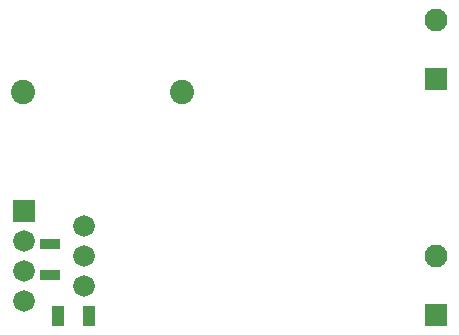
<source format=gbr>
%TF.GenerationSoftware,Altium Limited,Altium Designer,21.6.4 (81)*%
G04 Layer_Color=255*
%FSLAX26Y26*%
%MOIN*%
%TF.SameCoordinates,D1CDB01D-C4A6-469F-8C54-8347A019B806*%
%TF.FilePolarity,Positive*%
%TF.FileFunction,Pads,Bot*%
%TF.Part,Single*%
G01*
G75*
%TA.AperFunction,SMDPad,CuDef*%
%ADD15R,0.041339X0.070866*%
%TA.AperFunction,ComponentPad*%
%ADD24C,0.072000*%
%ADD25R,0.072000X0.072000*%
%ADD26C,0.080709*%
%ADD27C,0.076772*%
%ADD28R,0.076772X0.076772*%
%TA.AperFunction,SMDPad,CuDef*%
%ADD31R,0.065284X0.037640*%
D15*
X647638Y433071D02*
D03*
X748031D02*
D03*
D24*
X532283Y483464D02*
D03*
X732283Y533465D02*
D03*
X532283Y583465D02*
D03*
X732283Y633465D02*
D03*
X532283Y683465D02*
D03*
X732283Y733465D02*
D03*
D25*
X532283Y783465D02*
D03*
D26*
X1060827Y1181102D02*
D03*
X529724D02*
D03*
D27*
X1907480Y1422244D02*
D03*
X1907480Y634842D02*
D03*
D28*
X1907480Y1225394D02*
D03*
X1907480Y437992D02*
D03*
D31*
X618110Y674255D02*
D03*
Y569839D02*
D03*
%TF.MD5,6d9e807f1d152a7fe0d894361dcd2552*%
M02*

</source>
